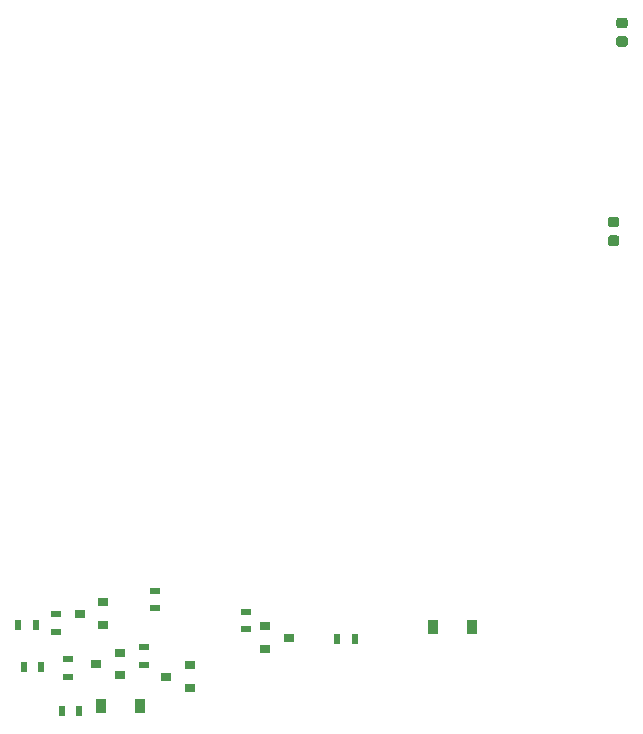
<source format=gbp>
G04 #@! TF.GenerationSoftware,KiCad,Pcbnew,(5.1.5)-3*
G04 #@! TF.CreationDate,2020-05-03T22:11:19-07:00*
G04 #@! TF.ProjectId,DashSight-Mezzanine-Card,44617368-5369-4676-9874-2d4d657a7a61,rev?*
G04 #@! TF.SameCoordinates,Original*
G04 #@! TF.FileFunction,Paste,Bot*
G04 #@! TF.FilePolarity,Positive*
%FSLAX46Y46*%
G04 Gerber Fmt 4.6, Leading zero omitted, Abs format (unit mm)*
G04 Created by KiCad (PCBNEW (5.1.5)-3) date 2020-05-03 22:11:19*
%MOMM*%
%LPD*%
G04 APERTURE LIST*
%ADD10C,0.100000*%
%ADD11R,0.900000X0.800000*%
%ADD12R,0.900000X0.500000*%
%ADD13R,0.900000X1.200000*%
%ADD14R,0.500000X0.900000*%
G04 APERTURE END LIST*
D10*
G36*
X189710891Y-57551653D02*
G01*
X189732126Y-57554803D01*
X189752950Y-57560019D01*
X189773162Y-57567251D01*
X189792568Y-57576430D01*
X189810981Y-57587466D01*
X189828224Y-57600254D01*
X189844130Y-57614670D01*
X189858546Y-57630576D01*
X189871334Y-57647819D01*
X189882370Y-57666232D01*
X189891549Y-57685638D01*
X189898781Y-57705850D01*
X189903997Y-57726674D01*
X189907147Y-57747909D01*
X189908200Y-57769350D01*
X189908200Y-58206850D01*
X189907147Y-58228291D01*
X189903997Y-58249526D01*
X189898781Y-58270350D01*
X189891549Y-58290562D01*
X189882370Y-58309968D01*
X189871334Y-58328381D01*
X189858546Y-58345624D01*
X189844130Y-58361530D01*
X189828224Y-58375946D01*
X189810981Y-58388734D01*
X189792568Y-58399770D01*
X189773162Y-58408949D01*
X189752950Y-58416181D01*
X189732126Y-58421397D01*
X189710891Y-58424547D01*
X189689450Y-58425600D01*
X189176950Y-58425600D01*
X189155509Y-58424547D01*
X189134274Y-58421397D01*
X189113450Y-58416181D01*
X189093238Y-58408949D01*
X189073832Y-58399770D01*
X189055419Y-58388734D01*
X189038176Y-58375946D01*
X189022270Y-58361530D01*
X189007854Y-58345624D01*
X188995066Y-58328381D01*
X188984030Y-58309968D01*
X188974851Y-58290562D01*
X188967619Y-58270350D01*
X188962403Y-58249526D01*
X188959253Y-58228291D01*
X188958200Y-58206850D01*
X188958200Y-57769350D01*
X188959253Y-57747909D01*
X188962403Y-57726674D01*
X188967619Y-57705850D01*
X188974851Y-57685638D01*
X188984030Y-57666232D01*
X188995066Y-57647819D01*
X189007854Y-57630576D01*
X189022270Y-57614670D01*
X189038176Y-57600254D01*
X189055419Y-57587466D01*
X189073832Y-57576430D01*
X189093238Y-57567251D01*
X189113450Y-57560019D01*
X189134274Y-57554803D01*
X189155509Y-57551653D01*
X189176950Y-57550600D01*
X189689450Y-57550600D01*
X189710891Y-57551653D01*
G37*
G36*
X189710891Y-59126653D02*
G01*
X189732126Y-59129803D01*
X189752950Y-59135019D01*
X189773162Y-59142251D01*
X189792568Y-59151430D01*
X189810981Y-59162466D01*
X189828224Y-59175254D01*
X189844130Y-59189670D01*
X189858546Y-59205576D01*
X189871334Y-59222819D01*
X189882370Y-59241232D01*
X189891549Y-59260638D01*
X189898781Y-59280850D01*
X189903997Y-59301674D01*
X189907147Y-59322909D01*
X189908200Y-59344350D01*
X189908200Y-59781850D01*
X189907147Y-59803291D01*
X189903997Y-59824526D01*
X189898781Y-59845350D01*
X189891549Y-59865562D01*
X189882370Y-59884968D01*
X189871334Y-59903381D01*
X189858546Y-59920624D01*
X189844130Y-59936530D01*
X189828224Y-59950946D01*
X189810981Y-59963734D01*
X189792568Y-59974770D01*
X189773162Y-59983949D01*
X189752950Y-59991181D01*
X189732126Y-59996397D01*
X189710891Y-59999547D01*
X189689450Y-60000600D01*
X189176950Y-60000600D01*
X189155509Y-59999547D01*
X189134274Y-59996397D01*
X189113450Y-59991181D01*
X189093238Y-59983949D01*
X189073832Y-59974770D01*
X189055419Y-59963734D01*
X189038176Y-59950946D01*
X189022270Y-59936530D01*
X189007854Y-59920624D01*
X188995066Y-59903381D01*
X188984030Y-59884968D01*
X188974851Y-59865562D01*
X188967619Y-59845350D01*
X188962403Y-59824526D01*
X188959253Y-59803291D01*
X188958200Y-59781850D01*
X188958200Y-59344350D01*
X188959253Y-59322909D01*
X188962403Y-59301674D01*
X188967619Y-59280850D01*
X188974851Y-59260638D01*
X188984030Y-59241232D01*
X188995066Y-59222819D01*
X189007854Y-59205576D01*
X189022270Y-59189670D01*
X189038176Y-59175254D01*
X189055419Y-59162466D01*
X189073832Y-59151430D01*
X189093238Y-59142251D01*
X189113450Y-59135019D01*
X189134274Y-59129803D01*
X189155509Y-59126653D01*
X189176950Y-59125600D01*
X189689450Y-59125600D01*
X189710891Y-59126653D01*
G37*
G36*
X188999691Y-74417253D02*
G01*
X189020926Y-74420403D01*
X189041750Y-74425619D01*
X189061962Y-74432851D01*
X189081368Y-74442030D01*
X189099781Y-74453066D01*
X189117024Y-74465854D01*
X189132930Y-74480270D01*
X189147346Y-74496176D01*
X189160134Y-74513419D01*
X189171170Y-74531832D01*
X189180349Y-74551238D01*
X189187581Y-74571450D01*
X189192797Y-74592274D01*
X189195947Y-74613509D01*
X189197000Y-74634950D01*
X189197000Y-75072450D01*
X189195947Y-75093891D01*
X189192797Y-75115126D01*
X189187581Y-75135950D01*
X189180349Y-75156162D01*
X189171170Y-75175568D01*
X189160134Y-75193981D01*
X189147346Y-75211224D01*
X189132930Y-75227130D01*
X189117024Y-75241546D01*
X189099781Y-75254334D01*
X189081368Y-75265370D01*
X189061962Y-75274549D01*
X189041750Y-75281781D01*
X189020926Y-75286997D01*
X188999691Y-75290147D01*
X188978250Y-75291200D01*
X188465750Y-75291200D01*
X188444309Y-75290147D01*
X188423074Y-75286997D01*
X188402250Y-75281781D01*
X188382038Y-75274549D01*
X188362632Y-75265370D01*
X188344219Y-75254334D01*
X188326976Y-75241546D01*
X188311070Y-75227130D01*
X188296654Y-75211224D01*
X188283866Y-75193981D01*
X188272830Y-75175568D01*
X188263651Y-75156162D01*
X188256419Y-75135950D01*
X188251203Y-75115126D01*
X188248053Y-75093891D01*
X188247000Y-75072450D01*
X188247000Y-74634950D01*
X188248053Y-74613509D01*
X188251203Y-74592274D01*
X188256419Y-74571450D01*
X188263651Y-74551238D01*
X188272830Y-74531832D01*
X188283866Y-74513419D01*
X188296654Y-74496176D01*
X188311070Y-74480270D01*
X188326976Y-74465854D01*
X188344219Y-74453066D01*
X188362632Y-74442030D01*
X188382038Y-74432851D01*
X188402250Y-74425619D01*
X188423074Y-74420403D01*
X188444309Y-74417253D01*
X188465750Y-74416200D01*
X188978250Y-74416200D01*
X188999691Y-74417253D01*
G37*
G36*
X188999691Y-75992253D02*
G01*
X189020926Y-75995403D01*
X189041750Y-76000619D01*
X189061962Y-76007851D01*
X189081368Y-76017030D01*
X189099781Y-76028066D01*
X189117024Y-76040854D01*
X189132930Y-76055270D01*
X189147346Y-76071176D01*
X189160134Y-76088419D01*
X189171170Y-76106832D01*
X189180349Y-76126238D01*
X189187581Y-76146450D01*
X189192797Y-76167274D01*
X189195947Y-76188509D01*
X189197000Y-76209950D01*
X189197000Y-76647450D01*
X189195947Y-76668891D01*
X189192797Y-76690126D01*
X189187581Y-76710950D01*
X189180349Y-76731162D01*
X189171170Y-76750568D01*
X189160134Y-76768981D01*
X189147346Y-76786224D01*
X189132930Y-76802130D01*
X189117024Y-76816546D01*
X189099781Y-76829334D01*
X189081368Y-76840370D01*
X189061962Y-76849549D01*
X189041750Y-76856781D01*
X189020926Y-76861997D01*
X188999691Y-76865147D01*
X188978250Y-76866200D01*
X188465750Y-76866200D01*
X188444309Y-76865147D01*
X188423074Y-76861997D01*
X188402250Y-76856781D01*
X188382038Y-76849549D01*
X188362632Y-76840370D01*
X188344219Y-76829334D01*
X188326976Y-76816546D01*
X188311070Y-76802130D01*
X188296654Y-76786224D01*
X188283866Y-76768981D01*
X188272830Y-76750568D01*
X188263651Y-76731162D01*
X188256419Y-76710950D01*
X188251203Y-76690126D01*
X188248053Y-76668891D01*
X188247000Y-76647450D01*
X188247000Y-76209950D01*
X188248053Y-76188509D01*
X188251203Y-76167274D01*
X188256419Y-76146450D01*
X188263651Y-76126238D01*
X188272830Y-76106832D01*
X188283866Y-76088419D01*
X188296654Y-76071176D01*
X188311070Y-76055270D01*
X188326976Y-76040854D01*
X188344219Y-76028066D01*
X188362632Y-76017030D01*
X188382038Y-76007851D01*
X188402250Y-76000619D01*
X188423074Y-75995403D01*
X188444309Y-75992253D01*
X188465750Y-75991200D01*
X188978250Y-75991200D01*
X188999691Y-75992253D01*
G37*
D11*
X161210500Y-110045500D03*
X159210500Y-109095500D03*
X159210500Y-110995500D03*
X143526000Y-108013500D03*
X145526000Y-108963500D03*
X145526000Y-107063500D03*
X144923000Y-112268000D03*
X146923000Y-113218000D03*
X146923000Y-111318000D03*
X150828500Y-113347500D03*
X152828500Y-114297500D03*
X152828500Y-112397500D03*
D12*
X142494000Y-113335500D03*
X142494000Y-111835500D03*
D13*
X176719500Y-109156500D03*
X173419500Y-109156500D03*
X148589000Y-115824000D03*
X145289000Y-115824000D03*
D14*
X166802500Y-110172500D03*
X165302500Y-110172500D03*
X138315000Y-108966000D03*
X139815000Y-108966000D03*
X138759500Y-112522000D03*
X140259500Y-112522000D03*
D12*
X141541500Y-109525500D03*
X141541500Y-108025500D03*
X157607000Y-107835000D03*
X157607000Y-109335000D03*
D14*
X141998000Y-116268500D03*
X143498000Y-116268500D03*
D12*
X148971000Y-112319500D03*
X148971000Y-110819500D03*
X149860000Y-107557000D03*
X149860000Y-106057000D03*
M02*

</source>
